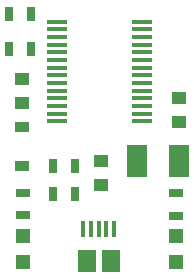
<source format=gbr>
G04 #@! TF.FileFunction,Paste,Top*
%FSLAX46Y46*%
G04 Gerber Fmt 4.6, Leading zero omitted, Abs format (unit mm)*
G04 Created by KiCad (PCBNEW 4.0.6) date 08/29/18 06:26:35*
%MOMM*%
%LPD*%
G01*
G04 APERTURE LIST*
%ADD10C,0.100000*%
%ADD11R,1.778000X2.794000*%
%ADD12R,1.250000X1.000000*%
%ADD13R,1.200000X1.200000*%
%ADD14R,1.200000X0.900000*%
%ADD15R,0.700000X1.300000*%
%ADD16R,1.300000X0.700000*%
%ADD17R,1.750000X0.450000*%
%ADD18R,1.500000X1.900000*%
%ADD19R,0.400000X1.350000*%
G04 APERTURE END LIST*
D10*
D11*
X158259000Y-80775000D03*
X154703000Y-80775000D03*
D12*
X158261000Y-77435000D03*
X158261000Y-75435000D03*
X144921000Y-75825000D03*
X144921000Y-73825000D03*
X151651000Y-82775000D03*
X151651000Y-80775000D03*
D13*
X144981000Y-89275000D03*
X144981000Y-87075000D03*
X157971000Y-89275000D03*
X157971000Y-87075000D03*
D14*
X144971000Y-81205000D03*
X144971000Y-77905000D03*
D15*
X143821000Y-68335000D03*
X145721000Y-68335000D03*
X143811000Y-71255000D03*
X145711000Y-71255000D03*
D16*
X144981000Y-83445000D03*
X144981000Y-85345000D03*
X157971000Y-83495000D03*
X157971000Y-85395000D03*
D15*
X149451000Y-81185000D03*
X147551000Y-81185000D03*
X147551000Y-83565000D03*
X149451000Y-83565000D03*
D17*
X147921000Y-68940000D03*
X147921000Y-69590000D03*
X147921000Y-70240000D03*
X147921000Y-70890000D03*
X147921000Y-71540000D03*
X147921000Y-72190000D03*
X147921000Y-72840000D03*
X147921000Y-73490000D03*
X147921000Y-74140000D03*
X147921000Y-74790000D03*
X147921000Y-75440000D03*
X147921000Y-76090000D03*
X147921000Y-76740000D03*
X147921000Y-77390000D03*
X155121000Y-77390000D03*
X155121000Y-76740000D03*
X155121000Y-76090000D03*
X155121000Y-75440000D03*
X155121000Y-74790000D03*
X155121000Y-74140000D03*
X155121000Y-73490000D03*
X155121000Y-72840000D03*
X155121000Y-72190000D03*
X155121000Y-71540000D03*
X155121000Y-70890000D03*
X155121000Y-70240000D03*
X155121000Y-69590000D03*
X155121000Y-68940000D03*
D18*
X152431000Y-89225000D03*
D19*
X150781000Y-86525000D03*
X150131000Y-86525000D03*
X152731000Y-86525000D03*
X152081000Y-86525000D03*
X151431000Y-86525000D03*
D18*
X150431000Y-89225000D03*
M02*

</source>
